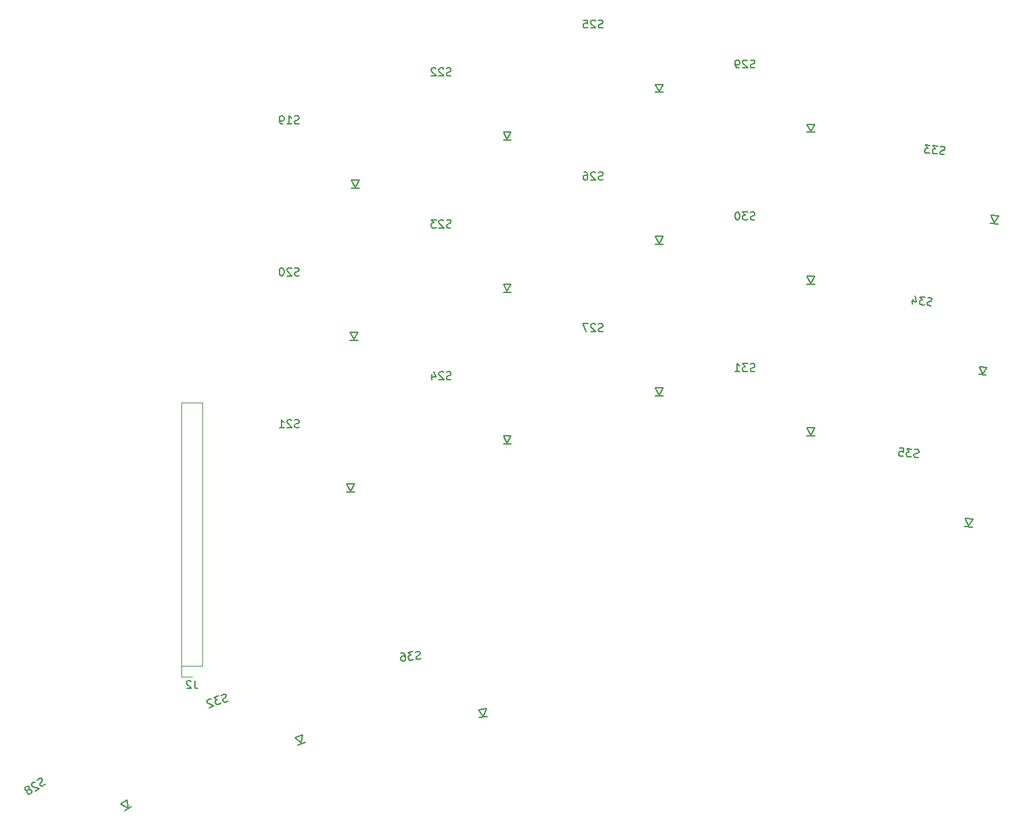
<source format=gbr>
%TF.GenerationSoftware,KiCad,Pcbnew,7.0.7*%
%TF.CreationDate,2023-11-23T18:27:24-07:00*%
%TF.ProjectId,TypeStationX - Right,54797065-5374-4617-9469-6f6e58202d20,rev?*%
%TF.SameCoordinates,Original*%
%TF.FileFunction,Legend,Bot*%
%TF.FilePolarity,Positive*%
%FSLAX46Y46*%
G04 Gerber Fmt 4.6, Leading zero omitted, Abs format (unit mm)*
G04 Created by KiCad (PCBNEW 7.0.7) date 2023-11-23 18:27:24*
%MOMM*%
%LPD*%
G01*
G04 APERTURE LIST*
%ADD10C,0.150000*%
%ADD11C,0.120000*%
G04 APERTURE END LIST*
D10*
X251694058Y-87106279D02*
X251551201Y-87153898D01*
X251551201Y-87153898D02*
X251313106Y-87153898D01*
X251313106Y-87153898D02*
X251217868Y-87106279D01*
X251217868Y-87106279D02*
X251170249Y-87058659D01*
X251170249Y-87058659D02*
X251122630Y-86963421D01*
X251122630Y-86963421D02*
X251122630Y-86868183D01*
X251122630Y-86868183D02*
X251170249Y-86772945D01*
X251170249Y-86772945D02*
X251217868Y-86725326D01*
X251217868Y-86725326D02*
X251313106Y-86677707D01*
X251313106Y-86677707D02*
X251503582Y-86630088D01*
X251503582Y-86630088D02*
X251598820Y-86582469D01*
X251598820Y-86582469D02*
X251646439Y-86534850D01*
X251646439Y-86534850D02*
X251694058Y-86439612D01*
X251694058Y-86439612D02*
X251694058Y-86344374D01*
X251694058Y-86344374D02*
X251646439Y-86249136D01*
X251646439Y-86249136D02*
X251598820Y-86201517D01*
X251598820Y-86201517D02*
X251503582Y-86153898D01*
X251503582Y-86153898D02*
X251265487Y-86153898D01*
X251265487Y-86153898D02*
X251122630Y-86201517D01*
X250789296Y-86153898D02*
X250170249Y-86153898D01*
X250170249Y-86153898D02*
X250503582Y-86534850D01*
X250503582Y-86534850D02*
X250360725Y-86534850D01*
X250360725Y-86534850D02*
X250265487Y-86582469D01*
X250265487Y-86582469D02*
X250217868Y-86630088D01*
X250217868Y-86630088D02*
X250170249Y-86725326D01*
X250170249Y-86725326D02*
X250170249Y-86963421D01*
X250170249Y-86963421D02*
X250217868Y-87058659D01*
X250217868Y-87058659D02*
X250265487Y-87106279D01*
X250265487Y-87106279D02*
X250360725Y-87153898D01*
X250360725Y-87153898D02*
X250646439Y-87153898D01*
X250646439Y-87153898D02*
X250741677Y-87106279D01*
X250741677Y-87106279D02*
X250789296Y-87058659D01*
X249217868Y-87153898D02*
X249789296Y-87153898D01*
X249503582Y-87153898D02*
X249503582Y-86153898D01*
X249503582Y-86153898D02*
X249598820Y-86296755D01*
X249598820Y-86296755D02*
X249694058Y-86391993D01*
X249694058Y-86391993D02*
X249789296Y-86439612D01*
X213694058Y-50106279D02*
X213551201Y-50153898D01*
X213551201Y-50153898D02*
X213313106Y-50153898D01*
X213313106Y-50153898D02*
X213217868Y-50106279D01*
X213217868Y-50106279D02*
X213170249Y-50058659D01*
X213170249Y-50058659D02*
X213122630Y-49963421D01*
X213122630Y-49963421D02*
X213122630Y-49868183D01*
X213122630Y-49868183D02*
X213170249Y-49772945D01*
X213170249Y-49772945D02*
X213217868Y-49725326D01*
X213217868Y-49725326D02*
X213313106Y-49677707D01*
X213313106Y-49677707D02*
X213503582Y-49630088D01*
X213503582Y-49630088D02*
X213598820Y-49582469D01*
X213598820Y-49582469D02*
X213646439Y-49534850D01*
X213646439Y-49534850D02*
X213694058Y-49439612D01*
X213694058Y-49439612D02*
X213694058Y-49344374D01*
X213694058Y-49344374D02*
X213646439Y-49249136D01*
X213646439Y-49249136D02*
X213598820Y-49201517D01*
X213598820Y-49201517D02*
X213503582Y-49153898D01*
X213503582Y-49153898D02*
X213265487Y-49153898D01*
X213265487Y-49153898D02*
X213122630Y-49201517D01*
X212741677Y-49249136D02*
X212694058Y-49201517D01*
X212694058Y-49201517D02*
X212598820Y-49153898D01*
X212598820Y-49153898D02*
X212360725Y-49153898D01*
X212360725Y-49153898D02*
X212265487Y-49201517D01*
X212265487Y-49201517D02*
X212217868Y-49249136D01*
X212217868Y-49249136D02*
X212170249Y-49344374D01*
X212170249Y-49344374D02*
X212170249Y-49439612D01*
X212170249Y-49439612D02*
X212217868Y-49582469D01*
X212217868Y-49582469D02*
X212789296Y-50153898D01*
X212789296Y-50153898D02*
X212170249Y-50153898D01*
X211789296Y-49249136D02*
X211741677Y-49201517D01*
X211741677Y-49201517D02*
X211646439Y-49153898D01*
X211646439Y-49153898D02*
X211408344Y-49153898D01*
X211408344Y-49153898D02*
X211313106Y-49201517D01*
X211313106Y-49201517D02*
X211265487Y-49249136D01*
X211265487Y-49249136D02*
X211217868Y-49344374D01*
X211217868Y-49344374D02*
X211217868Y-49439612D01*
X211217868Y-49439612D02*
X211265487Y-49582469D01*
X211265487Y-49582469D02*
X211836915Y-50153898D01*
X211836915Y-50153898D02*
X211217868Y-50153898D01*
X232694058Y-44106279D02*
X232551201Y-44153898D01*
X232551201Y-44153898D02*
X232313106Y-44153898D01*
X232313106Y-44153898D02*
X232217868Y-44106279D01*
X232217868Y-44106279D02*
X232170249Y-44058659D01*
X232170249Y-44058659D02*
X232122630Y-43963421D01*
X232122630Y-43963421D02*
X232122630Y-43868183D01*
X232122630Y-43868183D02*
X232170249Y-43772945D01*
X232170249Y-43772945D02*
X232217868Y-43725326D01*
X232217868Y-43725326D02*
X232313106Y-43677707D01*
X232313106Y-43677707D02*
X232503582Y-43630088D01*
X232503582Y-43630088D02*
X232598820Y-43582469D01*
X232598820Y-43582469D02*
X232646439Y-43534850D01*
X232646439Y-43534850D02*
X232694058Y-43439612D01*
X232694058Y-43439612D02*
X232694058Y-43344374D01*
X232694058Y-43344374D02*
X232646439Y-43249136D01*
X232646439Y-43249136D02*
X232598820Y-43201517D01*
X232598820Y-43201517D02*
X232503582Y-43153898D01*
X232503582Y-43153898D02*
X232265487Y-43153898D01*
X232265487Y-43153898D02*
X232122630Y-43201517D01*
X231741677Y-43249136D02*
X231694058Y-43201517D01*
X231694058Y-43201517D02*
X231598820Y-43153898D01*
X231598820Y-43153898D02*
X231360725Y-43153898D01*
X231360725Y-43153898D02*
X231265487Y-43201517D01*
X231265487Y-43201517D02*
X231217868Y-43249136D01*
X231217868Y-43249136D02*
X231170249Y-43344374D01*
X231170249Y-43344374D02*
X231170249Y-43439612D01*
X231170249Y-43439612D02*
X231217868Y-43582469D01*
X231217868Y-43582469D02*
X231789296Y-44153898D01*
X231789296Y-44153898D02*
X231170249Y-44153898D01*
X230265487Y-43153898D02*
X230741677Y-43153898D01*
X230741677Y-43153898D02*
X230789296Y-43630088D01*
X230789296Y-43630088D02*
X230741677Y-43582469D01*
X230741677Y-43582469D02*
X230646439Y-43534850D01*
X230646439Y-43534850D02*
X230408344Y-43534850D01*
X230408344Y-43534850D02*
X230313106Y-43582469D01*
X230313106Y-43582469D02*
X230265487Y-43630088D01*
X230265487Y-43630088D02*
X230217868Y-43725326D01*
X230217868Y-43725326D02*
X230217868Y-43963421D01*
X230217868Y-43963421D02*
X230265487Y-44058659D01*
X230265487Y-44058659D02*
X230313106Y-44106279D01*
X230313106Y-44106279D02*
X230408344Y-44153898D01*
X230408344Y-44153898D02*
X230646439Y-44153898D01*
X230646439Y-44153898D02*
X230741677Y-44106279D01*
X230741677Y-44106279D02*
X230789296Y-44058659D01*
X162906248Y-138746453D02*
X162810332Y-138862539D01*
X162810332Y-138862539D02*
X162608416Y-138988711D01*
X162608416Y-138988711D02*
X162502415Y-138998796D01*
X162502415Y-138998796D02*
X162436798Y-138983647D01*
X162436798Y-138983647D02*
X162345946Y-138928115D01*
X162345946Y-138928115D02*
X162295477Y-138847348D01*
X162295477Y-138847348D02*
X162285392Y-138741347D01*
X162285392Y-138741347D02*
X162300541Y-138675730D01*
X162300541Y-138675730D02*
X162356073Y-138584878D01*
X162356073Y-138584878D02*
X162492372Y-138443558D01*
X162492372Y-138443558D02*
X162547904Y-138352706D01*
X162547904Y-138352706D02*
X162563053Y-138287089D01*
X162563053Y-138287089D02*
X162552968Y-138181088D01*
X162552968Y-138181088D02*
X162502500Y-138100322D01*
X162502500Y-138100322D02*
X162411648Y-138044789D01*
X162411648Y-138044789D02*
X162346030Y-138029640D01*
X162346030Y-138029640D02*
X162240030Y-138039726D01*
X162240030Y-138039726D02*
X162038113Y-138165897D01*
X162038113Y-138165897D02*
X161942198Y-138281983D01*
X161644366Y-138524240D02*
X161578749Y-138509091D01*
X161578749Y-138509091D02*
X161472748Y-138519176D01*
X161472748Y-138519176D02*
X161270832Y-138645348D01*
X161270832Y-138645348D02*
X161215299Y-138736199D01*
X161215299Y-138736199D02*
X161200150Y-138801817D01*
X161200150Y-138801817D02*
X161210236Y-138907818D01*
X161210236Y-138907818D02*
X161260704Y-138988584D01*
X161260704Y-138988584D02*
X161376790Y-139084500D01*
X161376790Y-139084500D02*
X162164200Y-139266287D01*
X162164200Y-139266287D02*
X161639218Y-139594333D01*
X160851808Y-139412545D02*
X160907340Y-139321693D01*
X160907340Y-139321693D02*
X160922489Y-139256076D01*
X160922489Y-139256076D02*
X160912404Y-139150075D01*
X160912404Y-139150075D02*
X160887170Y-139109692D01*
X160887170Y-139109692D02*
X160796318Y-139054159D01*
X160796318Y-139054159D02*
X160730701Y-139039010D01*
X160730701Y-139039010D02*
X160624700Y-139049096D01*
X160624700Y-139049096D02*
X160463167Y-139150033D01*
X160463167Y-139150033D02*
X160407635Y-139240884D01*
X160407635Y-139240884D02*
X160392486Y-139306502D01*
X160392486Y-139306502D02*
X160402571Y-139412503D01*
X160402571Y-139412503D02*
X160427805Y-139452886D01*
X160427805Y-139452886D02*
X160518657Y-139508418D01*
X160518657Y-139508418D02*
X160584274Y-139523567D01*
X160584274Y-139523567D02*
X160690275Y-139513482D01*
X160690275Y-139513482D02*
X160851808Y-139412545D01*
X160851808Y-139412545D02*
X160957809Y-139402460D01*
X160957809Y-139402460D02*
X161023426Y-139417609D01*
X161023426Y-139417609D02*
X161114278Y-139473141D01*
X161114278Y-139473141D02*
X161215215Y-139634674D01*
X161215215Y-139634674D02*
X161225300Y-139740674D01*
X161225300Y-139740674D02*
X161210151Y-139806292D01*
X161210151Y-139806292D02*
X161154619Y-139897144D01*
X161154619Y-139897144D02*
X160993086Y-139998081D01*
X160993086Y-139998081D02*
X160887085Y-140008166D01*
X160887085Y-140008166D02*
X160821468Y-139993017D01*
X160821468Y-139993017D02*
X160730616Y-139937485D01*
X160730616Y-139937485D02*
X160629679Y-139775952D01*
X160629679Y-139775952D02*
X160619594Y-139669951D01*
X160619594Y-139669951D02*
X160634743Y-139604334D01*
X160634743Y-139604334D02*
X160690275Y-139513482D01*
X273795261Y-78858072D02*
X273648797Y-78893059D01*
X273648797Y-78893059D02*
X273411608Y-78872308D01*
X273411608Y-78872308D02*
X273320883Y-78816569D01*
X273320883Y-78816569D02*
X273277595Y-78764981D01*
X273277595Y-78764981D02*
X273238458Y-78665955D01*
X273238458Y-78665955D02*
X273246758Y-78571080D01*
X273246758Y-78571080D02*
X273302497Y-78480354D01*
X273302497Y-78480354D02*
X273354085Y-78437067D01*
X273354085Y-78437067D02*
X273453111Y-78397929D01*
X273453111Y-78397929D02*
X273647013Y-78367093D01*
X273647013Y-78367093D02*
X273746038Y-78327955D01*
X273746038Y-78327955D02*
X273797627Y-78284668D01*
X273797627Y-78284668D02*
X273853365Y-78193942D01*
X273853365Y-78193942D02*
X273861666Y-78099067D01*
X273861666Y-78099067D02*
X273822528Y-78000041D01*
X273822528Y-78000041D02*
X273779241Y-77948452D01*
X273779241Y-77948452D02*
X273688515Y-77892714D01*
X273688515Y-77892714D02*
X273451326Y-77871963D01*
X273451326Y-77871963D02*
X273304862Y-77906950D01*
X272976948Y-77830460D02*
X272360256Y-77776506D01*
X272360256Y-77776506D02*
X272659118Y-78185061D01*
X272659118Y-78185061D02*
X272516805Y-78172610D01*
X272516805Y-78172610D02*
X272417779Y-78211748D01*
X272417779Y-78211748D02*
X272366191Y-78255035D01*
X272366191Y-78255035D02*
X272310452Y-78345761D01*
X272310452Y-78345761D02*
X272289701Y-78582950D01*
X272289701Y-78582950D02*
X272328838Y-78681976D01*
X272328838Y-78681976D02*
X272372126Y-78733564D01*
X272372126Y-78733564D02*
X272462851Y-78789302D01*
X272462851Y-78789302D02*
X272747478Y-78814204D01*
X272747478Y-78814204D02*
X272846504Y-78775067D01*
X272846504Y-78775067D02*
X272898092Y-78731779D01*
X271477322Y-78033866D02*
X271419219Y-78697996D01*
X271747714Y-77675115D02*
X271922649Y-78407434D01*
X271922649Y-78407434D02*
X271305957Y-78353480D01*
X213694058Y-69106279D02*
X213551201Y-69153898D01*
X213551201Y-69153898D02*
X213313106Y-69153898D01*
X213313106Y-69153898D02*
X213217868Y-69106279D01*
X213217868Y-69106279D02*
X213170249Y-69058659D01*
X213170249Y-69058659D02*
X213122630Y-68963421D01*
X213122630Y-68963421D02*
X213122630Y-68868183D01*
X213122630Y-68868183D02*
X213170249Y-68772945D01*
X213170249Y-68772945D02*
X213217868Y-68725326D01*
X213217868Y-68725326D02*
X213313106Y-68677707D01*
X213313106Y-68677707D02*
X213503582Y-68630088D01*
X213503582Y-68630088D02*
X213598820Y-68582469D01*
X213598820Y-68582469D02*
X213646439Y-68534850D01*
X213646439Y-68534850D02*
X213694058Y-68439612D01*
X213694058Y-68439612D02*
X213694058Y-68344374D01*
X213694058Y-68344374D02*
X213646439Y-68249136D01*
X213646439Y-68249136D02*
X213598820Y-68201517D01*
X213598820Y-68201517D02*
X213503582Y-68153898D01*
X213503582Y-68153898D02*
X213265487Y-68153898D01*
X213265487Y-68153898D02*
X213122630Y-68201517D01*
X212741677Y-68249136D02*
X212694058Y-68201517D01*
X212694058Y-68201517D02*
X212598820Y-68153898D01*
X212598820Y-68153898D02*
X212360725Y-68153898D01*
X212360725Y-68153898D02*
X212265487Y-68201517D01*
X212265487Y-68201517D02*
X212217868Y-68249136D01*
X212217868Y-68249136D02*
X212170249Y-68344374D01*
X212170249Y-68344374D02*
X212170249Y-68439612D01*
X212170249Y-68439612D02*
X212217868Y-68582469D01*
X212217868Y-68582469D02*
X212789296Y-69153898D01*
X212789296Y-69153898D02*
X212170249Y-69153898D01*
X211836915Y-68153898D02*
X211217868Y-68153898D01*
X211217868Y-68153898D02*
X211551201Y-68534850D01*
X211551201Y-68534850D02*
X211408344Y-68534850D01*
X211408344Y-68534850D02*
X211313106Y-68582469D01*
X211313106Y-68582469D02*
X211265487Y-68630088D01*
X211265487Y-68630088D02*
X211217868Y-68725326D01*
X211217868Y-68725326D02*
X211217868Y-68963421D01*
X211217868Y-68963421D02*
X211265487Y-69058659D01*
X211265487Y-69058659D02*
X211313106Y-69106279D01*
X211313106Y-69106279D02*
X211408344Y-69153898D01*
X211408344Y-69153898D02*
X211694058Y-69153898D01*
X211694058Y-69153898D02*
X211789296Y-69106279D01*
X211789296Y-69106279D02*
X211836915Y-69058659D01*
X251694058Y-68106279D02*
X251551201Y-68153898D01*
X251551201Y-68153898D02*
X251313106Y-68153898D01*
X251313106Y-68153898D02*
X251217868Y-68106279D01*
X251217868Y-68106279D02*
X251170249Y-68058659D01*
X251170249Y-68058659D02*
X251122630Y-67963421D01*
X251122630Y-67963421D02*
X251122630Y-67868183D01*
X251122630Y-67868183D02*
X251170249Y-67772945D01*
X251170249Y-67772945D02*
X251217868Y-67725326D01*
X251217868Y-67725326D02*
X251313106Y-67677707D01*
X251313106Y-67677707D02*
X251503582Y-67630088D01*
X251503582Y-67630088D02*
X251598820Y-67582469D01*
X251598820Y-67582469D02*
X251646439Y-67534850D01*
X251646439Y-67534850D02*
X251694058Y-67439612D01*
X251694058Y-67439612D02*
X251694058Y-67344374D01*
X251694058Y-67344374D02*
X251646439Y-67249136D01*
X251646439Y-67249136D02*
X251598820Y-67201517D01*
X251598820Y-67201517D02*
X251503582Y-67153898D01*
X251503582Y-67153898D02*
X251265487Y-67153898D01*
X251265487Y-67153898D02*
X251122630Y-67201517D01*
X250789296Y-67153898D02*
X250170249Y-67153898D01*
X250170249Y-67153898D02*
X250503582Y-67534850D01*
X250503582Y-67534850D02*
X250360725Y-67534850D01*
X250360725Y-67534850D02*
X250265487Y-67582469D01*
X250265487Y-67582469D02*
X250217868Y-67630088D01*
X250217868Y-67630088D02*
X250170249Y-67725326D01*
X250170249Y-67725326D02*
X250170249Y-67963421D01*
X250170249Y-67963421D02*
X250217868Y-68058659D01*
X250217868Y-68058659D02*
X250265487Y-68106279D01*
X250265487Y-68106279D02*
X250360725Y-68153898D01*
X250360725Y-68153898D02*
X250646439Y-68153898D01*
X250646439Y-68153898D02*
X250741677Y-68106279D01*
X250741677Y-68106279D02*
X250789296Y-68058659D01*
X249551201Y-67153898D02*
X249455963Y-67153898D01*
X249455963Y-67153898D02*
X249360725Y-67201517D01*
X249360725Y-67201517D02*
X249313106Y-67249136D01*
X249313106Y-67249136D02*
X249265487Y-67344374D01*
X249265487Y-67344374D02*
X249217868Y-67534850D01*
X249217868Y-67534850D02*
X249217868Y-67772945D01*
X249217868Y-67772945D02*
X249265487Y-67963421D01*
X249265487Y-67963421D02*
X249313106Y-68058659D01*
X249313106Y-68058659D02*
X249360725Y-68106279D01*
X249360725Y-68106279D02*
X249455963Y-68153898D01*
X249455963Y-68153898D02*
X249551201Y-68153898D01*
X249551201Y-68153898D02*
X249646439Y-68106279D01*
X249646439Y-68106279D02*
X249694058Y-68058659D01*
X249694058Y-68058659D02*
X249741677Y-67963421D01*
X249741677Y-67963421D02*
X249789296Y-67772945D01*
X249789296Y-67772945D02*
X249789296Y-67534850D01*
X249789296Y-67534850D02*
X249741677Y-67344374D01*
X249741677Y-67344374D02*
X249694058Y-67249136D01*
X249694058Y-67249136D02*
X249646439Y-67201517D01*
X249646439Y-67201517D02*
X249551201Y-67153898D01*
X194694056Y-56106279D02*
X194551199Y-56153898D01*
X194551199Y-56153898D02*
X194313104Y-56153898D01*
X194313104Y-56153898D02*
X194217866Y-56106279D01*
X194217866Y-56106279D02*
X194170247Y-56058659D01*
X194170247Y-56058659D02*
X194122628Y-55963421D01*
X194122628Y-55963421D02*
X194122628Y-55868183D01*
X194122628Y-55868183D02*
X194170247Y-55772945D01*
X194170247Y-55772945D02*
X194217866Y-55725326D01*
X194217866Y-55725326D02*
X194313104Y-55677707D01*
X194313104Y-55677707D02*
X194503580Y-55630088D01*
X194503580Y-55630088D02*
X194598818Y-55582469D01*
X194598818Y-55582469D02*
X194646437Y-55534850D01*
X194646437Y-55534850D02*
X194694056Y-55439612D01*
X194694056Y-55439612D02*
X194694056Y-55344374D01*
X194694056Y-55344374D02*
X194646437Y-55249136D01*
X194646437Y-55249136D02*
X194598818Y-55201517D01*
X194598818Y-55201517D02*
X194503580Y-55153898D01*
X194503580Y-55153898D02*
X194265485Y-55153898D01*
X194265485Y-55153898D02*
X194122628Y-55201517D01*
X193170247Y-56153898D02*
X193741675Y-56153898D01*
X193455961Y-56153898D02*
X193455961Y-55153898D01*
X193455961Y-55153898D02*
X193551199Y-55296755D01*
X193551199Y-55296755D02*
X193646437Y-55391993D01*
X193646437Y-55391993D02*
X193741675Y-55439612D01*
X192694056Y-56153898D02*
X192503580Y-56153898D01*
X192503580Y-56153898D02*
X192408342Y-56106279D01*
X192408342Y-56106279D02*
X192360723Y-56058659D01*
X192360723Y-56058659D02*
X192265485Y-55915802D01*
X192265485Y-55915802D02*
X192217866Y-55725326D01*
X192217866Y-55725326D02*
X192217866Y-55344374D01*
X192217866Y-55344374D02*
X192265485Y-55249136D01*
X192265485Y-55249136D02*
X192313104Y-55201517D01*
X192313104Y-55201517D02*
X192408342Y-55153898D01*
X192408342Y-55153898D02*
X192598818Y-55153898D01*
X192598818Y-55153898D02*
X192694056Y-55201517D01*
X192694056Y-55201517D02*
X192741675Y-55249136D01*
X192741675Y-55249136D02*
X192789294Y-55344374D01*
X192789294Y-55344374D02*
X192789294Y-55582469D01*
X192789294Y-55582469D02*
X192741675Y-55677707D01*
X192741675Y-55677707D02*
X192694056Y-55725326D01*
X192694056Y-55725326D02*
X192598818Y-55772945D01*
X192598818Y-55772945D02*
X192408342Y-55772945D01*
X192408342Y-55772945D02*
X192313104Y-55725326D01*
X192313104Y-55725326D02*
X192265485Y-55677707D01*
X192265485Y-55677707D02*
X192217866Y-55582469D01*
X232694058Y-63106279D02*
X232551201Y-63153898D01*
X232551201Y-63153898D02*
X232313106Y-63153898D01*
X232313106Y-63153898D02*
X232217868Y-63106279D01*
X232217868Y-63106279D02*
X232170249Y-63058659D01*
X232170249Y-63058659D02*
X232122630Y-62963421D01*
X232122630Y-62963421D02*
X232122630Y-62868183D01*
X232122630Y-62868183D02*
X232170249Y-62772945D01*
X232170249Y-62772945D02*
X232217868Y-62725326D01*
X232217868Y-62725326D02*
X232313106Y-62677707D01*
X232313106Y-62677707D02*
X232503582Y-62630088D01*
X232503582Y-62630088D02*
X232598820Y-62582469D01*
X232598820Y-62582469D02*
X232646439Y-62534850D01*
X232646439Y-62534850D02*
X232694058Y-62439612D01*
X232694058Y-62439612D02*
X232694058Y-62344374D01*
X232694058Y-62344374D02*
X232646439Y-62249136D01*
X232646439Y-62249136D02*
X232598820Y-62201517D01*
X232598820Y-62201517D02*
X232503582Y-62153898D01*
X232503582Y-62153898D02*
X232265487Y-62153898D01*
X232265487Y-62153898D02*
X232122630Y-62201517D01*
X231741677Y-62249136D02*
X231694058Y-62201517D01*
X231694058Y-62201517D02*
X231598820Y-62153898D01*
X231598820Y-62153898D02*
X231360725Y-62153898D01*
X231360725Y-62153898D02*
X231265487Y-62201517D01*
X231265487Y-62201517D02*
X231217868Y-62249136D01*
X231217868Y-62249136D02*
X231170249Y-62344374D01*
X231170249Y-62344374D02*
X231170249Y-62439612D01*
X231170249Y-62439612D02*
X231217868Y-62582469D01*
X231217868Y-62582469D02*
X231789296Y-63153898D01*
X231789296Y-63153898D02*
X231170249Y-63153898D01*
X230313106Y-62153898D02*
X230503582Y-62153898D01*
X230503582Y-62153898D02*
X230598820Y-62201517D01*
X230598820Y-62201517D02*
X230646439Y-62249136D01*
X230646439Y-62249136D02*
X230741677Y-62391993D01*
X230741677Y-62391993D02*
X230789296Y-62582469D01*
X230789296Y-62582469D02*
X230789296Y-62963421D01*
X230789296Y-62963421D02*
X230741677Y-63058659D01*
X230741677Y-63058659D02*
X230694058Y-63106279D01*
X230694058Y-63106279D02*
X230598820Y-63153898D01*
X230598820Y-63153898D02*
X230408344Y-63153898D01*
X230408344Y-63153898D02*
X230313106Y-63106279D01*
X230313106Y-63106279D02*
X230265487Y-63058659D01*
X230265487Y-63058659D02*
X230217868Y-62963421D01*
X230217868Y-62963421D02*
X230217868Y-62725326D01*
X230217868Y-62725326D02*
X230265487Y-62630088D01*
X230265487Y-62630088D02*
X230313106Y-62582469D01*
X230313106Y-62582469D02*
X230408344Y-62534850D01*
X230408344Y-62534850D02*
X230598820Y-62534850D01*
X230598820Y-62534850D02*
X230694058Y-62582469D01*
X230694058Y-62582469D02*
X230741677Y-62630088D01*
X230741677Y-62630088D02*
X230789296Y-62725326D01*
X194694056Y-94106279D02*
X194551199Y-94153898D01*
X194551199Y-94153898D02*
X194313104Y-94153898D01*
X194313104Y-94153898D02*
X194217866Y-94106279D01*
X194217866Y-94106279D02*
X194170247Y-94058659D01*
X194170247Y-94058659D02*
X194122628Y-93963421D01*
X194122628Y-93963421D02*
X194122628Y-93868183D01*
X194122628Y-93868183D02*
X194170247Y-93772945D01*
X194170247Y-93772945D02*
X194217866Y-93725326D01*
X194217866Y-93725326D02*
X194313104Y-93677707D01*
X194313104Y-93677707D02*
X194503580Y-93630088D01*
X194503580Y-93630088D02*
X194598818Y-93582469D01*
X194598818Y-93582469D02*
X194646437Y-93534850D01*
X194646437Y-93534850D02*
X194694056Y-93439612D01*
X194694056Y-93439612D02*
X194694056Y-93344374D01*
X194694056Y-93344374D02*
X194646437Y-93249136D01*
X194646437Y-93249136D02*
X194598818Y-93201517D01*
X194598818Y-93201517D02*
X194503580Y-93153898D01*
X194503580Y-93153898D02*
X194265485Y-93153898D01*
X194265485Y-93153898D02*
X194122628Y-93201517D01*
X193741675Y-93249136D02*
X193694056Y-93201517D01*
X193694056Y-93201517D02*
X193598818Y-93153898D01*
X193598818Y-93153898D02*
X193360723Y-93153898D01*
X193360723Y-93153898D02*
X193265485Y-93201517D01*
X193265485Y-93201517D02*
X193217866Y-93249136D01*
X193217866Y-93249136D02*
X193170247Y-93344374D01*
X193170247Y-93344374D02*
X193170247Y-93439612D01*
X193170247Y-93439612D02*
X193217866Y-93582469D01*
X193217866Y-93582469D02*
X193789294Y-94153898D01*
X193789294Y-94153898D02*
X193170247Y-94153898D01*
X192217866Y-94153898D02*
X192789294Y-94153898D01*
X192503580Y-94153898D02*
X192503580Y-93153898D01*
X192503580Y-93153898D02*
X192598818Y-93296755D01*
X192598818Y-93296755D02*
X192694056Y-93391993D01*
X192694056Y-93391993D02*
X192789294Y-93439612D01*
X185762010Y-128321775D02*
X185642440Y-128413310D01*
X185642440Y-128413310D02*
X185417316Y-128490826D01*
X185417316Y-128490826D02*
X185311764Y-128476808D01*
X185311764Y-128476808D02*
X185251236Y-128447286D01*
X185251236Y-128447286D02*
X185175204Y-128372740D01*
X185175204Y-128372740D02*
X185144198Y-128282691D01*
X185144198Y-128282691D02*
X185158216Y-128177138D01*
X185158216Y-128177138D02*
X185187738Y-128116610D01*
X185187738Y-128116610D02*
X185262284Y-128040579D01*
X185262284Y-128040579D02*
X185426879Y-127933541D01*
X185426879Y-127933541D02*
X185501425Y-127857510D01*
X185501425Y-127857510D02*
X185530947Y-127796982D01*
X185530947Y-127796982D02*
X185544965Y-127691430D01*
X185544965Y-127691430D02*
X185513959Y-127601380D01*
X185513959Y-127601380D02*
X185437927Y-127526834D01*
X185437927Y-127526834D02*
X185377399Y-127497313D01*
X185377399Y-127497313D02*
X185271847Y-127483295D01*
X185271847Y-127483295D02*
X185046723Y-127560811D01*
X185046723Y-127560811D02*
X184927153Y-127652345D01*
X184596476Y-127715843D02*
X184011155Y-127917385D01*
X184011155Y-127917385D02*
X184450354Y-128169060D01*
X184450354Y-128169060D02*
X184315280Y-128215570D01*
X184315280Y-128215570D02*
X184240734Y-128291601D01*
X184240734Y-128291601D02*
X184211212Y-128352129D01*
X184211212Y-128352129D02*
X184197194Y-128457682D01*
X184197194Y-128457682D02*
X184274711Y-128682805D01*
X184274711Y-128682805D02*
X184350742Y-128757351D01*
X184350742Y-128757351D02*
X184411270Y-128786873D01*
X184411270Y-128786873D02*
X184516822Y-128800891D01*
X184516822Y-128800891D02*
X184786970Y-128707872D01*
X184786970Y-128707872D02*
X184861517Y-128631840D01*
X184861517Y-128631840D02*
X184891038Y-128571312D01*
X183681964Y-128131461D02*
X183621436Y-128101939D01*
X183621436Y-128101939D02*
X183515884Y-128087921D01*
X183515884Y-128087921D02*
X183290760Y-128165437D01*
X183290760Y-128165437D02*
X183216214Y-128241469D01*
X183216214Y-128241469D02*
X183186693Y-128301996D01*
X183186693Y-128301996D02*
X183172674Y-128407549D01*
X183172674Y-128407549D02*
X183203681Y-128497598D01*
X183203681Y-128497598D02*
X183295215Y-128617169D01*
X183295215Y-128617169D02*
X184021551Y-128971427D01*
X184021551Y-128971427D02*
X183436230Y-129172969D01*
X232694058Y-82106279D02*
X232551201Y-82153898D01*
X232551201Y-82153898D02*
X232313106Y-82153898D01*
X232313106Y-82153898D02*
X232217868Y-82106279D01*
X232217868Y-82106279D02*
X232170249Y-82058659D01*
X232170249Y-82058659D02*
X232122630Y-81963421D01*
X232122630Y-81963421D02*
X232122630Y-81868183D01*
X232122630Y-81868183D02*
X232170249Y-81772945D01*
X232170249Y-81772945D02*
X232217868Y-81725326D01*
X232217868Y-81725326D02*
X232313106Y-81677707D01*
X232313106Y-81677707D02*
X232503582Y-81630088D01*
X232503582Y-81630088D02*
X232598820Y-81582469D01*
X232598820Y-81582469D02*
X232646439Y-81534850D01*
X232646439Y-81534850D02*
X232694058Y-81439612D01*
X232694058Y-81439612D02*
X232694058Y-81344374D01*
X232694058Y-81344374D02*
X232646439Y-81249136D01*
X232646439Y-81249136D02*
X232598820Y-81201517D01*
X232598820Y-81201517D02*
X232503582Y-81153898D01*
X232503582Y-81153898D02*
X232265487Y-81153898D01*
X232265487Y-81153898D02*
X232122630Y-81201517D01*
X231741677Y-81249136D02*
X231694058Y-81201517D01*
X231694058Y-81201517D02*
X231598820Y-81153898D01*
X231598820Y-81153898D02*
X231360725Y-81153898D01*
X231360725Y-81153898D02*
X231265487Y-81201517D01*
X231265487Y-81201517D02*
X231217868Y-81249136D01*
X231217868Y-81249136D02*
X231170249Y-81344374D01*
X231170249Y-81344374D02*
X231170249Y-81439612D01*
X231170249Y-81439612D02*
X231217868Y-81582469D01*
X231217868Y-81582469D02*
X231789296Y-82153898D01*
X231789296Y-82153898D02*
X231170249Y-82153898D01*
X230836915Y-81153898D02*
X230170249Y-81153898D01*
X230170249Y-81153898D02*
X230598820Y-82153898D01*
X272147245Y-97855491D02*
X272000781Y-97890478D01*
X272000781Y-97890478D02*
X271763592Y-97869727D01*
X271763592Y-97869727D02*
X271672867Y-97813988D01*
X271672867Y-97813988D02*
X271629579Y-97762400D01*
X271629579Y-97762400D02*
X271590442Y-97663374D01*
X271590442Y-97663374D02*
X271598742Y-97568499D01*
X271598742Y-97568499D02*
X271654481Y-97477773D01*
X271654481Y-97477773D02*
X271706069Y-97434486D01*
X271706069Y-97434486D02*
X271805095Y-97395348D01*
X271805095Y-97395348D02*
X271998997Y-97364512D01*
X271998997Y-97364512D02*
X272098022Y-97325374D01*
X272098022Y-97325374D02*
X272149611Y-97282087D01*
X272149611Y-97282087D02*
X272205349Y-97191361D01*
X272205349Y-97191361D02*
X272213650Y-97096486D01*
X272213650Y-97096486D02*
X272174512Y-96997460D01*
X272174512Y-96997460D02*
X272131225Y-96945871D01*
X272131225Y-96945871D02*
X272040499Y-96890133D01*
X272040499Y-96890133D02*
X271803310Y-96869382D01*
X271803310Y-96869382D02*
X271656846Y-96904369D01*
X271328932Y-96827879D02*
X270712240Y-96773925D01*
X270712240Y-96773925D02*
X271011102Y-97182480D01*
X271011102Y-97182480D02*
X270868789Y-97170029D01*
X270868789Y-97170029D02*
X270769763Y-97209167D01*
X270769763Y-97209167D02*
X270718175Y-97252454D01*
X270718175Y-97252454D02*
X270662436Y-97343180D01*
X270662436Y-97343180D02*
X270641685Y-97580369D01*
X270641685Y-97580369D02*
X270680822Y-97679395D01*
X270680822Y-97679395D02*
X270724110Y-97730983D01*
X270724110Y-97730983D02*
X270814835Y-97786721D01*
X270814835Y-97786721D02*
X271099462Y-97811623D01*
X271099462Y-97811623D02*
X271198488Y-97772486D01*
X271198488Y-97772486D02*
X271250076Y-97729198D01*
X269810921Y-96695070D02*
X270285299Y-96736573D01*
X270285299Y-96736573D02*
X270291234Y-97215102D01*
X270291234Y-97215102D02*
X270247947Y-97163514D01*
X270247947Y-97163514D02*
X270157221Y-97107775D01*
X270157221Y-97107775D02*
X269920032Y-97087024D01*
X269920032Y-97087024D02*
X269821006Y-97126161D01*
X269821006Y-97126161D02*
X269769418Y-97169449D01*
X269769418Y-97169449D02*
X269713679Y-97260174D01*
X269713679Y-97260174D02*
X269692928Y-97497363D01*
X269692928Y-97497363D02*
X269732065Y-97596389D01*
X269732065Y-97596389D02*
X269775353Y-97647977D01*
X269775353Y-97647977D02*
X269866078Y-97703716D01*
X269866078Y-97703716D02*
X270103268Y-97724467D01*
X270103268Y-97724467D02*
X270202294Y-97685330D01*
X270202294Y-97685330D02*
X270253882Y-97642042D01*
X194694056Y-75106279D02*
X194551199Y-75153898D01*
X194551199Y-75153898D02*
X194313104Y-75153898D01*
X194313104Y-75153898D02*
X194217866Y-75106279D01*
X194217866Y-75106279D02*
X194170247Y-75058659D01*
X194170247Y-75058659D02*
X194122628Y-74963421D01*
X194122628Y-74963421D02*
X194122628Y-74868183D01*
X194122628Y-74868183D02*
X194170247Y-74772945D01*
X194170247Y-74772945D02*
X194217866Y-74725326D01*
X194217866Y-74725326D02*
X194313104Y-74677707D01*
X194313104Y-74677707D02*
X194503580Y-74630088D01*
X194503580Y-74630088D02*
X194598818Y-74582469D01*
X194598818Y-74582469D02*
X194646437Y-74534850D01*
X194646437Y-74534850D02*
X194694056Y-74439612D01*
X194694056Y-74439612D02*
X194694056Y-74344374D01*
X194694056Y-74344374D02*
X194646437Y-74249136D01*
X194646437Y-74249136D02*
X194598818Y-74201517D01*
X194598818Y-74201517D02*
X194503580Y-74153898D01*
X194503580Y-74153898D02*
X194265485Y-74153898D01*
X194265485Y-74153898D02*
X194122628Y-74201517D01*
X193741675Y-74249136D02*
X193694056Y-74201517D01*
X193694056Y-74201517D02*
X193598818Y-74153898D01*
X193598818Y-74153898D02*
X193360723Y-74153898D01*
X193360723Y-74153898D02*
X193265485Y-74201517D01*
X193265485Y-74201517D02*
X193217866Y-74249136D01*
X193217866Y-74249136D02*
X193170247Y-74344374D01*
X193170247Y-74344374D02*
X193170247Y-74439612D01*
X193170247Y-74439612D02*
X193217866Y-74582469D01*
X193217866Y-74582469D02*
X193789294Y-75153898D01*
X193789294Y-75153898D02*
X193170247Y-75153898D01*
X192551199Y-74153898D02*
X192455961Y-74153898D01*
X192455961Y-74153898D02*
X192360723Y-74201517D01*
X192360723Y-74201517D02*
X192313104Y-74249136D01*
X192313104Y-74249136D02*
X192265485Y-74344374D01*
X192265485Y-74344374D02*
X192217866Y-74534850D01*
X192217866Y-74534850D02*
X192217866Y-74772945D01*
X192217866Y-74772945D02*
X192265485Y-74963421D01*
X192265485Y-74963421D02*
X192313104Y-75058659D01*
X192313104Y-75058659D02*
X192360723Y-75106279D01*
X192360723Y-75106279D02*
X192455961Y-75153898D01*
X192455961Y-75153898D02*
X192551199Y-75153898D01*
X192551199Y-75153898D02*
X192646437Y-75106279D01*
X192646437Y-75106279D02*
X192694056Y-75058659D01*
X192694056Y-75058659D02*
X192741675Y-74963421D01*
X192741675Y-74963421D02*
X192789294Y-74772945D01*
X192789294Y-74772945D02*
X192789294Y-74534850D01*
X192789294Y-74534850D02*
X192741675Y-74344374D01*
X192741675Y-74344374D02*
X192694056Y-74249136D01*
X192694056Y-74249136D02*
X192646437Y-74201517D01*
X192646437Y-74201517D02*
X192551199Y-74153898D01*
X251694058Y-49106279D02*
X251551201Y-49153898D01*
X251551201Y-49153898D02*
X251313106Y-49153898D01*
X251313106Y-49153898D02*
X251217868Y-49106279D01*
X251217868Y-49106279D02*
X251170249Y-49058659D01*
X251170249Y-49058659D02*
X251122630Y-48963421D01*
X251122630Y-48963421D02*
X251122630Y-48868183D01*
X251122630Y-48868183D02*
X251170249Y-48772945D01*
X251170249Y-48772945D02*
X251217868Y-48725326D01*
X251217868Y-48725326D02*
X251313106Y-48677707D01*
X251313106Y-48677707D02*
X251503582Y-48630088D01*
X251503582Y-48630088D02*
X251598820Y-48582469D01*
X251598820Y-48582469D02*
X251646439Y-48534850D01*
X251646439Y-48534850D02*
X251694058Y-48439612D01*
X251694058Y-48439612D02*
X251694058Y-48344374D01*
X251694058Y-48344374D02*
X251646439Y-48249136D01*
X251646439Y-48249136D02*
X251598820Y-48201517D01*
X251598820Y-48201517D02*
X251503582Y-48153898D01*
X251503582Y-48153898D02*
X251265487Y-48153898D01*
X251265487Y-48153898D02*
X251122630Y-48201517D01*
X250741677Y-48249136D02*
X250694058Y-48201517D01*
X250694058Y-48201517D02*
X250598820Y-48153898D01*
X250598820Y-48153898D02*
X250360725Y-48153898D01*
X250360725Y-48153898D02*
X250265487Y-48201517D01*
X250265487Y-48201517D02*
X250217868Y-48249136D01*
X250217868Y-48249136D02*
X250170249Y-48344374D01*
X250170249Y-48344374D02*
X250170249Y-48439612D01*
X250170249Y-48439612D02*
X250217868Y-48582469D01*
X250217868Y-48582469D02*
X250789296Y-49153898D01*
X250789296Y-49153898D02*
X250170249Y-49153898D01*
X249694058Y-49153898D02*
X249503582Y-49153898D01*
X249503582Y-49153898D02*
X249408344Y-49106279D01*
X249408344Y-49106279D02*
X249360725Y-49058659D01*
X249360725Y-49058659D02*
X249265487Y-48915802D01*
X249265487Y-48915802D02*
X249217868Y-48725326D01*
X249217868Y-48725326D02*
X249217868Y-48344374D01*
X249217868Y-48344374D02*
X249265487Y-48249136D01*
X249265487Y-48249136D02*
X249313106Y-48201517D01*
X249313106Y-48201517D02*
X249408344Y-48153898D01*
X249408344Y-48153898D02*
X249598820Y-48153898D01*
X249598820Y-48153898D02*
X249694058Y-48201517D01*
X249694058Y-48201517D02*
X249741677Y-48249136D01*
X249741677Y-48249136D02*
X249789296Y-48344374D01*
X249789296Y-48344374D02*
X249789296Y-48582469D01*
X249789296Y-48582469D02*
X249741677Y-48677707D01*
X249741677Y-48677707D02*
X249694058Y-48725326D01*
X249694058Y-48725326D02*
X249598820Y-48772945D01*
X249598820Y-48772945D02*
X249408344Y-48772945D01*
X249408344Y-48772945D02*
X249313106Y-48725326D01*
X249313106Y-48725326D02*
X249265487Y-48677707D01*
X249265487Y-48677707D02*
X249217868Y-48582469D01*
X275404486Y-59951971D02*
X275258022Y-59986958D01*
X275258022Y-59986958D02*
X275020833Y-59966207D01*
X275020833Y-59966207D02*
X274930108Y-59910468D01*
X274930108Y-59910468D02*
X274886820Y-59858880D01*
X274886820Y-59858880D02*
X274847683Y-59759854D01*
X274847683Y-59759854D02*
X274855983Y-59664979D01*
X274855983Y-59664979D02*
X274911722Y-59574253D01*
X274911722Y-59574253D02*
X274963310Y-59530966D01*
X274963310Y-59530966D02*
X275062336Y-59491828D01*
X275062336Y-59491828D02*
X275256238Y-59460992D01*
X275256238Y-59460992D02*
X275355263Y-59421854D01*
X275355263Y-59421854D02*
X275406852Y-59378567D01*
X275406852Y-59378567D02*
X275462590Y-59287841D01*
X275462590Y-59287841D02*
X275470891Y-59192966D01*
X275470891Y-59192966D02*
X275431753Y-59093940D01*
X275431753Y-59093940D02*
X275388466Y-59042351D01*
X275388466Y-59042351D02*
X275297740Y-58986613D01*
X275297740Y-58986613D02*
X275060551Y-58965862D01*
X275060551Y-58965862D02*
X274914087Y-59000849D01*
X274586173Y-58924359D02*
X273969481Y-58870405D01*
X273969481Y-58870405D02*
X274268343Y-59278960D01*
X274268343Y-59278960D02*
X274126030Y-59266509D01*
X274126030Y-59266509D02*
X274027004Y-59305647D01*
X274027004Y-59305647D02*
X273975416Y-59348934D01*
X273975416Y-59348934D02*
X273919677Y-59439660D01*
X273919677Y-59439660D02*
X273898926Y-59676849D01*
X273898926Y-59676849D02*
X273938063Y-59775875D01*
X273938063Y-59775875D02*
X273981351Y-59827463D01*
X273981351Y-59827463D02*
X274072076Y-59883201D01*
X274072076Y-59883201D02*
X274356703Y-59908103D01*
X274356703Y-59908103D02*
X274455729Y-59868966D01*
X274455729Y-59868966D02*
X274507317Y-59825678D01*
X273637416Y-58841354D02*
X273020724Y-58787400D01*
X273020724Y-58787400D02*
X273319586Y-59195955D01*
X273319586Y-59195955D02*
X273177273Y-59183504D01*
X273177273Y-59183504D02*
X273078247Y-59222641D01*
X273078247Y-59222641D02*
X273026659Y-59265929D01*
X273026659Y-59265929D02*
X272970920Y-59356654D01*
X272970920Y-59356654D02*
X272950169Y-59593843D01*
X272950169Y-59593843D02*
X272989306Y-59692869D01*
X272989306Y-59692869D02*
X273032594Y-59744457D01*
X273032594Y-59744457D02*
X273123319Y-59800196D01*
X273123319Y-59800196D02*
X273407946Y-59825097D01*
X273407946Y-59825097D02*
X273506972Y-59785960D01*
X273506972Y-59785960D02*
X273558560Y-59742673D01*
X209898679Y-123067979D02*
X209761582Y-123130269D01*
X209761582Y-123130269D02*
X209524791Y-123155157D01*
X209524791Y-123155157D02*
X209425097Y-123117754D01*
X209425097Y-123117754D02*
X209372761Y-123075373D01*
X209372761Y-123075373D02*
X209315448Y-122985635D01*
X209315448Y-122985635D02*
X209305493Y-122890918D01*
X209305493Y-122890918D02*
X209342896Y-122791224D01*
X209342896Y-122791224D02*
X209385277Y-122738889D01*
X209385277Y-122738889D02*
X209475015Y-122681575D01*
X209475015Y-122681575D02*
X209659471Y-122614307D01*
X209659471Y-122614307D02*
X209749210Y-122556994D01*
X209749210Y-122556994D02*
X209791590Y-122504658D01*
X209791590Y-122504658D02*
X209828993Y-122404964D01*
X209828993Y-122404964D02*
X209819038Y-122310248D01*
X209819038Y-122310248D02*
X209761725Y-122220509D01*
X209761725Y-122220509D02*
X209709389Y-122178128D01*
X209709389Y-122178128D02*
X209609695Y-122140725D01*
X209609695Y-122140725D02*
X209372904Y-122165613D01*
X209372904Y-122165613D02*
X209235807Y-122227904D01*
X208899322Y-122215388D02*
X208283666Y-122280096D01*
X208283666Y-122280096D02*
X208654994Y-122624119D01*
X208654994Y-122624119D02*
X208512919Y-122639052D01*
X208512919Y-122639052D02*
X208423180Y-122696365D01*
X208423180Y-122696365D02*
X208380800Y-122748701D01*
X208380800Y-122748701D02*
X208343397Y-122848395D01*
X208343397Y-122848395D02*
X208368284Y-123085186D01*
X208368284Y-123085186D02*
X208425598Y-123174924D01*
X208425598Y-123174924D02*
X208477933Y-123217305D01*
X208477933Y-123217305D02*
X208577627Y-123254708D01*
X208577627Y-123254708D02*
X208861776Y-123224843D01*
X208861776Y-123224843D02*
X208951515Y-123167530D01*
X208951515Y-123167530D02*
X208993896Y-123115194D01*
X207431219Y-122369692D02*
X207620651Y-122349782D01*
X207620651Y-122349782D02*
X207720345Y-122387185D01*
X207720345Y-122387185D02*
X207772681Y-122429566D01*
X207772681Y-122429566D02*
X207882330Y-122561685D01*
X207882330Y-122561685D02*
X207949598Y-122746140D01*
X207949598Y-122746140D02*
X207989419Y-123125006D01*
X207989419Y-123125006D02*
X207952016Y-123224700D01*
X207952016Y-123224700D02*
X207909635Y-123277036D01*
X207909635Y-123277036D02*
X207819896Y-123334349D01*
X207819896Y-123334349D02*
X207630463Y-123354259D01*
X207630463Y-123354259D02*
X207530770Y-123316856D01*
X207530770Y-123316856D02*
X207478434Y-123274475D01*
X207478434Y-123274475D02*
X207421121Y-123184737D01*
X207421121Y-123184737D02*
X207396233Y-122947946D01*
X207396233Y-122947946D02*
X207433636Y-122848252D01*
X207433636Y-122848252D02*
X207476017Y-122795916D01*
X207476017Y-122795916D02*
X207565755Y-122738603D01*
X207565755Y-122738603D02*
X207755188Y-122718692D01*
X207755188Y-122718692D02*
X207854882Y-122756096D01*
X207854882Y-122756096D02*
X207907218Y-122798476D01*
X207907218Y-122798476D02*
X207964531Y-122888215D01*
X213694058Y-88106279D02*
X213551201Y-88153898D01*
X213551201Y-88153898D02*
X213313106Y-88153898D01*
X213313106Y-88153898D02*
X213217868Y-88106279D01*
X213217868Y-88106279D02*
X213170249Y-88058659D01*
X213170249Y-88058659D02*
X213122630Y-87963421D01*
X213122630Y-87963421D02*
X213122630Y-87868183D01*
X213122630Y-87868183D02*
X213170249Y-87772945D01*
X213170249Y-87772945D02*
X213217868Y-87725326D01*
X213217868Y-87725326D02*
X213313106Y-87677707D01*
X213313106Y-87677707D02*
X213503582Y-87630088D01*
X213503582Y-87630088D02*
X213598820Y-87582469D01*
X213598820Y-87582469D02*
X213646439Y-87534850D01*
X213646439Y-87534850D02*
X213694058Y-87439612D01*
X213694058Y-87439612D02*
X213694058Y-87344374D01*
X213694058Y-87344374D02*
X213646439Y-87249136D01*
X213646439Y-87249136D02*
X213598820Y-87201517D01*
X213598820Y-87201517D02*
X213503582Y-87153898D01*
X213503582Y-87153898D02*
X213265487Y-87153898D01*
X213265487Y-87153898D02*
X213122630Y-87201517D01*
X212741677Y-87249136D02*
X212694058Y-87201517D01*
X212694058Y-87201517D02*
X212598820Y-87153898D01*
X212598820Y-87153898D02*
X212360725Y-87153898D01*
X212360725Y-87153898D02*
X212265487Y-87201517D01*
X212265487Y-87201517D02*
X212217868Y-87249136D01*
X212217868Y-87249136D02*
X212170249Y-87344374D01*
X212170249Y-87344374D02*
X212170249Y-87439612D01*
X212170249Y-87439612D02*
X212217868Y-87582469D01*
X212217868Y-87582469D02*
X212789296Y-88153898D01*
X212789296Y-88153898D02*
X212170249Y-88153898D01*
X211313106Y-87487231D02*
X211313106Y-88153898D01*
X211551201Y-87106279D02*
X211789296Y-87820564D01*
X211789296Y-87820564D02*
X211170249Y-87820564D01*
X181609309Y-125784819D02*
X181609309Y-126499104D01*
X181609309Y-126499104D02*
X181656928Y-126641961D01*
X181656928Y-126641961D02*
X181752166Y-126737200D01*
X181752166Y-126737200D02*
X181895023Y-126784819D01*
X181895023Y-126784819D02*
X181990261Y-126784819D01*
X181180737Y-125880057D02*
X181133118Y-125832438D01*
X181133118Y-125832438D02*
X181037880Y-125784819D01*
X181037880Y-125784819D02*
X180799785Y-125784819D01*
X180799785Y-125784819D02*
X180704547Y-125832438D01*
X180704547Y-125832438D02*
X180656928Y-125880057D01*
X180656928Y-125880057D02*
X180609309Y-125975295D01*
X180609309Y-125975295D02*
X180609309Y-126070533D01*
X180609309Y-126070533D02*
X180656928Y-126213390D01*
X180656928Y-126213390D02*
X181228356Y-126784819D01*
X181228356Y-126784819D02*
X180609309Y-126784819D01*
%TO.C,D19*%
X202223227Y-64199079D02*
X201223227Y-64199079D01*
X201723227Y-64099079D02*
X202223227Y-63199079D01*
X201223227Y-63199079D02*
X201723227Y-64099079D01*
X202223227Y-63199079D02*
X201223227Y-63199079D01*
%TO.C,D23*%
X221223227Y-96199079D02*
X220223227Y-96199079D01*
X220723227Y-96099079D02*
X221223227Y-95199079D01*
X220223227Y-95199079D02*
X220723227Y-96099079D01*
X221223227Y-95199079D02*
X220223227Y-95199079D01*
%TO.C,D28*%
X259223227Y-57195448D02*
X258223227Y-57195448D01*
X258723227Y-57095448D02*
X259223227Y-56195448D01*
X258223227Y-56195448D02*
X258723227Y-57095448D01*
X259223227Y-56195448D02*
X258223227Y-56195448D01*
%TO.C,D20*%
X202023227Y-83199079D02*
X201023227Y-83199079D01*
X201523227Y-83099079D02*
X202023227Y-82199079D01*
X201023227Y-82199079D02*
X201523227Y-83099079D01*
X202023227Y-82199079D02*
X201023227Y-82199079D01*
%TO.C,D29*%
X259223227Y-76195448D02*
X258223227Y-76195448D01*
X258723227Y-76095448D02*
X259223227Y-75195448D01*
X258223227Y-75195448D02*
X258723227Y-76095448D01*
X259223227Y-75195448D02*
X258223227Y-75195448D01*
%TO.C,D36*%
X201623227Y-102199079D02*
X200623227Y-102199079D01*
X201123227Y-102099079D02*
X201623227Y-101199079D01*
X200623227Y-101199079D02*
X201123227Y-102099079D01*
X201623227Y-101199079D02*
X200623227Y-101199079D01*
%TO.C,D35*%
X218228486Y-130329859D02*
X217233964Y-130434387D01*
X217720772Y-130282671D02*
X218123958Y-129335337D01*
X217129436Y-129439865D02*
X217720772Y-130282671D01*
X218123958Y-129335337D02*
X217129436Y-129439865D01*
%TO.C,D34*%
X278905674Y-106570490D02*
X277909480Y-106483334D01*
X278416293Y-106427293D02*
X278992830Y-105574296D01*
X277996636Y-105487140D02*
X278416293Y-106427293D01*
X278992830Y-105574296D02*
X277996636Y-105487140D01*
%TO.C,D32*%
X282147353Y-68665609D02*
X281151159Y-68578453D01*
X281657972Y-68522412D02*
X282234509Y-67669415D01*
X281238315Y-67582259D02*
X281657972Y-68522412D01*
X282234509Y-67669415D02*
X281238315Y-67582259D01*
%TO.C,D31*%
X195443294Y-133547356D02*
X194497776Y-133872924D01*
X194937978Y-133615588D02*
X195117726Y-132601838D01*
X194172208Y-132927406D02*
X194937978Y-133615588D01*
X195117726Y-132601838D02*
X194172208Y-132927406D01*
%TO.C,D22*%
X221223227Y-77195448D02*
X220223227Y-77195448D01*
X220723227Y-77095448D02*
X221223227Y-76195448D01*
X220223227Y-76195448D02*
X220723227Y-77095448D01*
X221223227Y-76195448D02*
X220223227Y-76195448D01*
%TO.C,D33*%
X280654674Y-87581907D02*
X279658480Y-87494751D01*
X280165293Y-87438710D02*
X280741830Y-86585713D01*
X279745636Y-86498557D02*
X280165293Y-87438710D01*
X280741830Y-86585713D02*
X279745636Y-86498557D01*
%TO.C,D21*%
X221223227Y-58199079D02*
X220223227Y-58199079D01*
X220723227Y-58099079D02*
X221223227Y-57199079D01*
X220223227Y-57199079D02*
X220723227Y-58099079D01*
X221223227Y-57199079D02*
X220223227Y-57199079D01*
D11*
%TO.C,J2*%
X179945976Y-91000000D02*
X182605976Y-91000000D01*
X179945976Y-124000000D02*
X179945976Y-91000000D01*
X179945976Y-124000000D02*
X179945976Y-125330000D01*
X179945976Y-124000000D02*
X182605976Y-124000000D01*
X179945976Y-125330000D02*
X181275976Y-125330000D01*
X182605976Y-124000000D02*
X182605976Y-91000000D01*
D10*
%TO.C,D25*%
X240223227Y-71199079D02*
X239223227Y-71199079D01*
X239723227Y-71099079D02*
X240223227Y-70199079D01*
X239223227Y-70199079D02*
X239723227Y-71099079D01*
X240223227Y-70199079D02*
X239223227Y-70199079D01*
%TO.C,D27*%
X173712140Y-141537038D02*
X172864092Y-142066958D01*
X173235124Y-141717193D02*
X173182220Y-140688990D01*
X172334172Y-141218910D02*
X173235124Y-141717193D01*
X173182220Y-140688990D02*
X172334172Y-141218910D01*
%TO.C,D24*%
X240223227Y-52199079D02*
X239223227Y-52199079D01*
X239723227Y-52099079D02*
X240223227Y-51199079D01*
X239223227Y-51199079D02*
X239723227Y-52099079D01*
X240223227Y-51199079D02*
X239223227Y-51199079D01*
%TO.C,D26*%
X240223227Y-90199079D02*
X239223227Y-90199079D01*
X239723227Y-90099079D02*
X240223227Y-89199079D01*
X239223227Y-89199079D02*
X239723227Y-90099079D01*
X240223227Y-89199079D02*
X239223227Y-89199079D01*
%TO.C,D30*%
X259223227Y-95199079D02*
X258223227Y-95199079D01*
X258723227Y-95099079D02*
X259223227Y-94199079D01*
X258223227Y-94199079D02*
X258723227Y-95099079D01*
X259223227Y-94199079D02*
X258223227Y-94199079D01*
%TD*%
M02*

</source>
